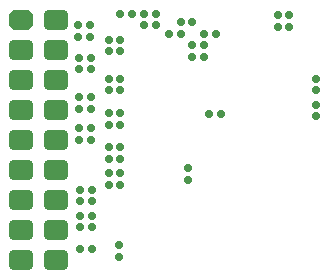
<source format=gbr>
%TF.GenerationSoftware,Altium Limited,Altium Designer,23.3.1 (30)*%
G04 Layer_Color=255*
%FSLAX45Y45*%
%MOMM*%
%TF.SameCoordinates,B56B3050-E4CE-4FE9-8081-1B6FDF6B35C2*%
%TF.FilePolarity,Positive*%
%TF.FileFunction,Pads,Bot*%
%TF.Part,Single*%
G01*
G75*
%TA.AperFunction,SMDPad,CuDef*%
G04:AMPARAMS|DCode=11|XSize=0.6mm|YSize=0.6mm|CornerRadius=0.15mm|HoleSize=0mm|Usage=FLASHONLY|Rotation=90.000|XOffset=0mm|YOffset=0mm|HoleType=Round|Shape=RoundedRectangle|*
%AMROUNDEDRECTD11*
21,1,0.60000,0.30000,0,0,90.0*
21,1,0.30000,0.60000,0,0,90.0*
1,1,0.30000,0.15000,0.15000*
1,1,0.30000,0.15000,-0.15000*
1,1,0.30000,-0.15000,-0.15000*
1,1,0.30000,-0.15000,0.15000*
%
%ADD11ROUNDEDRECTD11*%
G04:AMPARAMS|DCode=12|XSize=0.6mm|YSize=0.6mm|CornerRadius=0.15mm|HoleSize=0mm|Usage=FLASHONLY|Rotation=0.000|XOffset=0mm|YOffset=0mm|HoleType=Round|Shape=RoundedRectangle|*
%AMROUNDEDRECTD12*
21,1,0.60000,0.30000,0,0,0.0*
21,1,0.30000,0.60000,0,0,0.0*
1,1,0.30000,0.15000,-0.15000*
1,1,0.30000,-0.15000,-0.15000*
1,1,0.30000,-0.15000,0.15000*
1,1,0.30000,0.15000,0.15000*
%
%ADD12ROUNDEDRECTD12*%
%TA.AperFunction,ComponentPad*%
G04:AMPARAMS|DCode=31|XSize=1.7mm|YSize=2.1mm|CornerRadius=0mm|HoleSize=0mm|Usage=FLASHONLY|Rotation=270.000|XOffset=0mm|YOffset=0mm|HoleType=Round|Shape=Octagon|*
%AMOCTAGOND31*
4,1,8,1.05000,0.42500,1.05000,-0.42500,0.62500,-0.85000,-0.62500,-0.85000,-1.05000,-0.42500,-1.05000,0.42500,-0.62500,0.85000,0.62500,0.85000,1.05000,0.42500,0.0*
%
%ADD31OCTAGOND31*%

G04:AMPARAMS|DCode=32|XSize=1.7mm|YSize=2.1mm|CornerRadius=0.425mm|HoleSize=0mm|Usage=FLASHONLY|Rotation=270.000|XOffset=0mm|YOffset=0mm|HoleType=Round|Shape=RoundedRectangle|*
%AMROUNDEDRECTD32*
21,1,1.70000,1.25001,0,0,270.0*
21,1,0.85000,2.10000,0,0,270.0*
1,1,0.85000,-0.62500,-0.42500*
1,1,0.85000,-0.62500,0.42500*
1,1,0.85000,0.62500,0.42500*
1,1,0.85000,0.62500,-0.42500*
%
%ADD32ROUNDEDRECTD32*%
D11*
X1100000Y2380000D02*
D03*
X1000000D02*
D03*
X1850000Y1530000D02*
D03*
X1750000D02*
D03*
X760000Y390000D02*
D03*
X660000D02*
D03*
X2330000Y2270000D02*
D03*
X2430000D02*
D03*
X750000Y1670000D02*
D03*
X650000D02*
D03*
X759999Y889998D02*
D03*
X659999D02*
D03*
X1000000Y1250000D02*
D03*
X900000D02*
D03*
X1000000Y1830000D02*
D03*
X900000D02*
D03*
X750000Y2000000D02*
D03*
X650000D02*
D03*
X1300000Y2380000D02*
D03*
X1200000D02*
D03*
X1610000Y2310000D02*
D03*
X1510000D02*
D03*
X1000000Y1540000D02*
D03*
X900000D02*
D03*
X1810000Y2210000D02*
D03*
X1710000D02*
D03*
X1000000Y1030000D02*
D03*
X900000D02*
D03*
X1000000Y2160000D02*
D03*
X900000D02*
D03*
X740000Y2280000D02*
D03*
X640000D02*
D03*
X2330000Y2370000D02*
D03*
X2430000D02*
D03*
X750000Y1410000D02*
D03*
X650000D02*
D03*
X650000Y1570000D02*
D03*
X750000D02*
D03*
X1510000Y2210000D02*
D03*
X1410000D02*
D03*
X650000Y1310000D02*
D03*
X750000D02*
D03*
X1200000Y2280000D02*
D03*
X1300000D02*
D03*
X900000Y1440000D02*
D03*
X1000000D02*
D03*
X660000Y790000D02*
D03*
X760000D02*
D03*
X1000000Y1150000D02*
D03*
X900000D02*
D03*
X760000Y670000D02*
D03*
X660000D02*
D03*
X760000Y570000D02*
D03*
X660000D02*
D03*
X1000000Y930000D02*
D03*
X900000D02*
D03*
X1000000Y1730000D02*
D03*
X900000D02*
D03*
X750000Y1910000D02*
D03*
X650000D02*
D03*
X900000Y2060000D02*
D03*
X1000000D02*
D03*
X640000Y2180000D02*
D03*
X740000D02*
D03*
D12*
X1610000Y2110000D02*
D03*
Y2010000D02*
D03*
X2660000Y1830000D02*
D03*
Y1730000D02*
D03*
X990000Y320000D02*
D03*
Y420000D02*
D03*
X1710000Y2010000D02*
D03*
Y2110000D02*
D03*
X2660000Y1510000D02*
D03*
Y1610000D02*
D03*
X1570000Y1070000D02*
D03*
Y970000D02*
D03*
D31*
X160000Y2326000D02*
D03*
D32*
Y2072000D02*
D03*
Y1818000D02*
D03*
Y1564000D02*
D03*
Y1310000D02*
D03*
Y1056000D02*
D03*
Y802000D02*
D03*
X454000Y2326000D02*
D03*
Y2072000D02*
D03*
Y1818000D02*
D03*
Y1564000D02*
D03*
Y1310000D02*
D03*
Y1056000D02*
D03*
Y802000D02*
D03*
X160000Y548000D02*
D03*
Y294000D02*
D03*
X454000Y548000D02*
D03*
Y294000D02*
D03*
%TF.MD5,9a2fae66cf12bc5d6a8ae1fefb45448d*%
M02*

</source>
